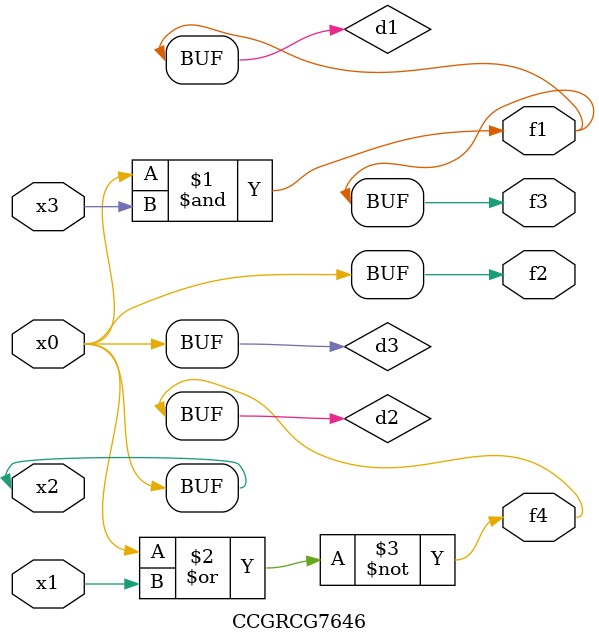
<source format=v>
module CCGRCG7646(
	input x0, x1, x2, x3,
	output f1, f2, f3, f4
);

	wire d1, d2, d3;

	and (d1, x2, x3);
	nor (d2, x0, x1);
	buf (d3, x0, x2);
	assign f1 = d1;
	assign f2 = d3;
	assign f3 = d1;
	assign f4 = d2;
endmodule

</source>
